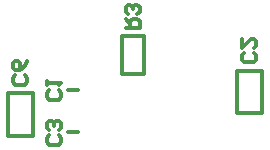
<source format=gbo>
G04*
G04 #@! TF.GenerationSoftware,Altium Limited,Altium Designer,21.9.2 (33)*
G04*
G04 Layer_Color=32896*
%FSLAX24Y24*%
%MOIN*%
G70*
G04*
G04 #@! TF.SameCoordinates,D973DA56-E0BB-4DEA-AE19-888B2019222A*
G04*
G04*
G04 #@! TF.FilePolarity,Positive*
G04*
G01*
G75*
%ADD10C,0.0118*%
D10*
X39904Y21248D02*
X40218D01*
X38724Y21102D02*
Y22520D01*
X37898D02*
X38724D01*
X37898Y21102D02*
Y22520D01*
Y21102D02*
X38724D01*
X41707Y24441D02*
X42415D01*
X41707Y23181D02*
Y24441D01*
Y23181D02*
X42415D01*
Y24441D01*
X39904Y22624D02*
X40219D01*
X46349Y21852D02*
Y23270D01*
X45523D02*
X46349D01*
X45523Y21852D02*
Y23270D01*
Y21852D02*
X46349D01*
X41811Y24686D02*
X42283D01*
Y24922D01*
X42205Y25001D01*
X42047D01*
X41968Y24922D01*
Y24686D01*
Y24843D02*
X41811Y25001D01*
X42205Y25158D02*
X42283Y25237D01*
Y25394D01*
X42205Y25473D01*
X42126D01*
X42047Y25394D01*
Y25316D01*
Y25394D01*
X41968Y25473D01*
X41890D01*
X41811Y25394D01*
Y25237D01*
X41890Y25158D01*
X38455Y23126D02*
X38533Y23047D01*
Y22890D01*
X38455Y22811D01*
X38140D01*
X38061Y22890D01*
Y23047D01*
X38140Y23126D01*
X38533Y23598D02*
X38455Y23441D01*
X38297Y23283D01*
X38140D01*
X38061Y23362D01*
Y23519D01*
X38140Y23598D01*
X38218D01*
X38297Y23519D01*
Y23283D01*
X39580Y21126D02*
X39658Y21047D01*
Y20890D01*
X39580Y20811D01*
X39265D01*
X39186Y20890D01*
Y21047D01*
X39265Y21126D01*
X39580Y21283D02*
X39658Y21362D01*
Y21519D01*
X39580Y21598D01*
X39501D01*
X39422Y21519D01*
Y21441D01*
Y21519D01*
X39343Y21598D01*
X39265D01*
X39186Y21519D01*
Y21362D01*
X39265Y21283D01*
X46080Y23876D02*
X46158Y23797D01*
Y23640D01*
X46080Y23561D01*
X45765D01*
X45686Y23640D01*
Y23797D01*
X45765Y23876D01*
X45686Y24348D02*
Y24033D01*
X46001Y24348D01*
X46080D01*
X46158Y24269D01*
Y24112D01*
X46080Y24033D01*
X39580Y22626D02*
X39658Y22547D01*
Y22390D01*
X39580Y22311D01*
X39265D01*
X39186Y22390D01*
Y22547D01*
X39265Y22626D01*
X39186Y22783D02*
Y22941D01*
Y22862D01*
X39658D01*
X39580Y22783D01*
M02*

</source>
